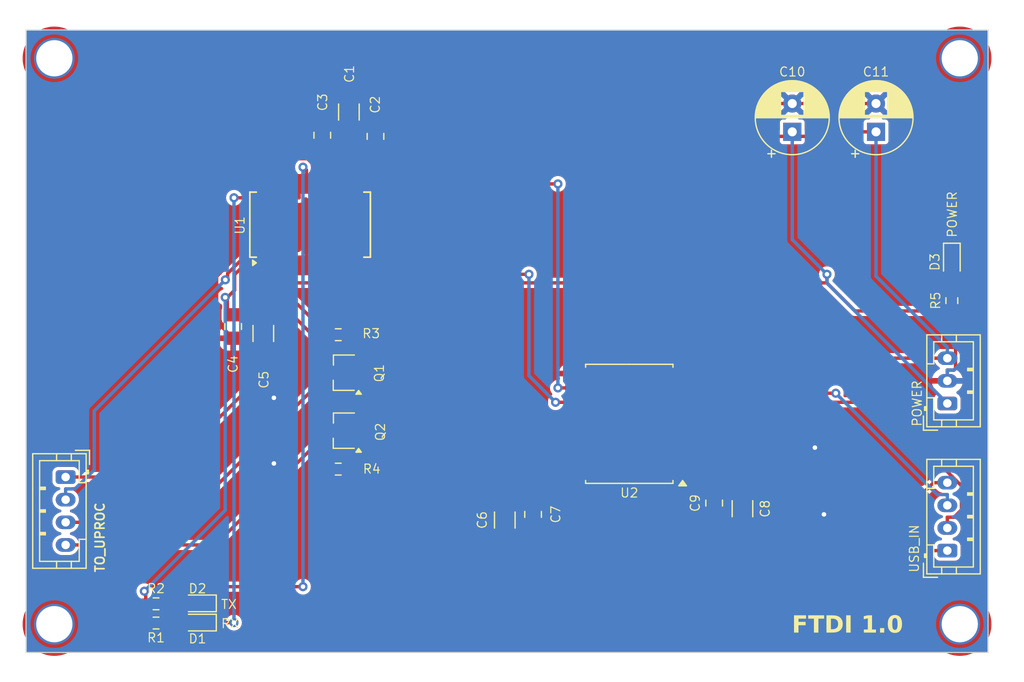
<source format=kicad_pcb>
(kicad_pcb (version 20240108) (generator "pcbnew") (generator_version "8.0")
  (layers (0 "F.Cu" signal) (31 "B.Cu" signal) (34 "B.Paste" user) (35 "F.Paste" user) (36 "B.SilkS" user "B.Silkscreen") (37 "F.SilkS" user "F.Silkscreen") (38 "B.Mask" user) (39 "F.Mask" user) (44 "Edge.Cuts" user))
  (net 0 "")
  (net 1 "GND")
  (net 2 "3V3")
  (net 3 "5V")
  (net 4 "Net-(U1-3V3OUT)")
  (net 8 "Net-(D1-A)")
  (net 11 "Net-(D2-A)")
  (net 15 "Net-(Q1-B)")
  (net 16 "Net-(Q2-B)")
  (net 19 "RX")
  (net 20 "TX")
  (net 21 "ENABLE")
  (net 22 "BOOT")
  (net 23 "CBUS1")
  (net 24 "CBUS0")
  (net 25 "DTR")
  (net 26 "RTS")
  (net 27 "USB_VBUS")
  (net 28 "USB_GND")
  (net 29 "D-")
  (net 30 "D+")
  (net 31 "USB_D-")
  (net 32 "USB_D+")
  (net 33 "Net-(D3-A)")
  (footprint "Resistor_SMD:R_0603_1608Metric_Pad0.98x0.95mm_HandSolder" (layer "F.Cu") (at 167.7 87.4125 90)
    (property "Reference" "R5" (at 0 -1.43 90) (layer "F.SilkS") (effects (font (size 0.8 0.8) (thickness 0.1))))
    (property "Value" "150R")
    (pad "1" smd roundrect (at -0.9125 0 90) (size 0.975 0.95) (layers "F.Cu" "F.Paste" "F.Mask") (net 2 "3V3"))
    (pad "2" smd roundrect (at 0.9125 0 90) (size 0.975 0.95) (layers "F.Cu" "F.Paste" "F.Mask") (net 33 "Net-(D3-A)"))
  )
  (footprint "Capacitor_SMD:C_0805_2012Metric_Pad1.18x1.45mm_HandSolder" (layer "F.Cu") (at 146.7 105.3 90)
    (property "Reference" "C9" (at 0 -1.68 90) (layer "F.SilkS") (effects (font (size 0.8 0.8) (thickness 0.1))))
    (property "Value" "0.1U")
    (pad "1" smd roundrect (at -1.0375 0 90) (size 1.175 1.45) (layers "F.Cu" "F.Paste" "F.Mask") (roundrect_rratio 0.212766) (net 28 "USB_GND"))
    (pad "2" smd roundrect (at 1.0375 0 90) (size 1.175 1.45) (layers "F.Cu" "F.Paste" "F.Mask") (roundrect_rratio 0.212766) (net 27 "USB_VBUS"))
  )
  (footprint "Package_TO_SOT_SMD:TSOT-23" (layer "F.Cu") (at 114.005 98.9233 180)
    (property "Reference" "Q2" (at -3.202102 -0.089616 90) (layer "F.SilkS") (effects (font (size 0.8 0.8) (thickness 0.1))))
    (property "Value" "2N3055")
    (pad "1" smd roundrect (at -1.31 -0.95 180) (size 1.22 0.65) (layers "F.Cu" "F.Paste" "F.Mask") (net 16 "Net-(Q2-B)"))
    (pad "2" smd roundrect (at -1.31 0.95 180) (size 1.22 0.65) (layers "F.Cu" "F.Paste" "F.Mask") (net 25 "DTR"))
    (pad "3" smd roundrect (at 1.31 0 180) (size 1.22 0.65) (layers "F.Cu" "F.Paste" "F.Mask") (net 22 "BOOT"))
  )
  (footprint "MountingHole:MountingHole_3.2mm_M3_DIN965_Pad_TopOnly" (layer "F.Cu") (at 88.4 66 90)
    (property "Reference" "H1" (hide yes))
    (property "Value" "MountingHole")
    (pad "1" thru_hole circle (at 0 0 90) (size 3.6 3.6) (drill 3.2) (layers "*.Cu" "*.Mask"))
    (pad "1" connect circle (at 0 0 90) (size 5.6 5.6) (layers "F.Cu" "F.Mask"))
  )
  (footprint "Capacitor_SMD:C_1206_3216Metric_Pad1.33x1.80mm_HandSolder" (layer "F.Cu") (at 149.2 105.8 90)
    (property "Reference" "C8" (at 0 2 90) (layer "F.SilkS") (effects (font (size 0.8 0.8) (thickness 0.1))))
    (property "Value" "10U")
    (pad "1" smd roundrect (at -1.5625 0 90) (size 1.325 1.8) (layers "F.Cu" "F.Paste" "F.Mask") (roundrect_rratio 0.188679) (net 28 "USB_GND"))
    (pad "2" smd roundrect (at 1.5625 0 90) (size 1.325 1.8) (layers "F.Cu" "F.Paste" "F.Mask") (roundrect_rratio 0.188679) (net 27 "USB_VBUS"))
  )
  (footprint "Capacitor_SMD:C_0805_2012Metric_Pad1.18x1.45mm_HandSolder" (layer "F.Cu") (at 104.2 89.7 -90)
    (property "Reference" "C4" (at 3.322102 0.014578 90) (layer "F.SilkS") (effects (font (size 0.8 0.8) (thickness 0.1))))
    (property "Value" "0.1U")
    (pad "1" smd roundrect (at -1.0375 0 270) (size 1.175 1.45) (layers "F.Cu" "F.Paste" "F.Mask") (roundrect_rratio 0.2127659574) (net 2 "3V3"))
    (pad "2" smd roundrect (at 1.0375 0 270) (size 1.175 1.45) (layers "F.Cu" "F.Paste" "F.Mask") (roundrect_rratio 0.2127659574) (net 1 "GND"))
  )
  (footprint "MountingHole:MountingHole_3.2mm_M3_DIN965_Pad_TopOnly" (layer "F.Cu") (at 88.4 116 90)
    (property "Reference" "H3" (hide yes))
    (property "Value" "MountingHole")
    (pad "1" thru_hole circle (at 0 0 90) (size 3.6 3.6) (drill 3.2) (layers "*.Cu" "*.Mask"))
    (pad "1" connect circle (at 0 0 90) (size 5.6 5.6) (layers "F.Cu" "F.Mask"))
  )
  (footprint "MountingHole:MountingHole_3.2mm_M3_DIN965_Pad_TopOnly" (layer "F.Cu") (at 168.4 66 90)
    (property "Reference" "H2" (hide yes))
    (property "Value" "MountingHole")
    (pad "1" thru_hole circle (at 0 0 90) (size 3.6 3.6) (drill 3.2) (layers "*.Cu" "*.Mask"))
    (pad "1" connect circle (at 0 0 90) (size 5.6 5.6) (layers "F.Cu" "F.Mask"))
  )
  (footprint "LED_SMD:LED_0603_1608Metric_Pad1.05x0.95mm_HandSolder" (layer "F.Cu") (at 101.05 114.16 180)
    (property "Reference" "D2" (at 0 1.3 0) (layer "F.SilkS") (effects (font (size 0.8 0.8) (thickness 0.1))))
    (property "Value" "YELLOW")
    (pad "1" smd roundrect (at -0.875 0 180) (size 1.05 0.95) (layers "F.Cu" "F.Paste" "F.Mask") (net 23 "CBUS1"))
    (pad "2" smd roundrect (at 0.875 0 180) (size 1.05 0.95) (layers "F.Cu" "F.Paste" "F.Mask") (net 11 "Net-(D2-A)"))
  )
  (footprint "Resistor_SMD:R_0603_1608Metric_Pad0.98x0.95mm_HandSolder" (layer "F.Cu") (at 113.485 102.3 180)
    (property "Reference" "R4" (at -2.962102 0.01 0) (layer "F.SilkS") (effects (font (size 0.8 0.8) (thickness 0.1))))
    (property "Value" "10K")
    (pad "1" smd roundrect (at -0.9125 0 180) (size 0.975 0.95) (layers "F.Cu" "F.Paste" "F.Mask") (net 25 "DTR"))
    (pad "2" smd roundrect (at 0.9125 0 180) (size 0.975 0.95) (layers "F.Cu" "F.Paste" "F.Mask") (net 15 "Net-(Q1-B)"))
  )
  (footprint "Package_SO:SOIC-16W_7.5x10.3mm_P1.27mm" (layer "F.Cu") (at 139.2 98.3 180)
    (property "Reference" "U2" (at 0 -6.1 0) (layer "F.SilkS") (effects (font (size 0.8 0.8) (thickness 0.1))))
    (property "Value" "ADUM3160")
    (pad "1" smd roundrect (at -4.65 -4.445 180) (size 2.05 0.6) (layers "F.Cu" "F.Paste" "F.Mask") (net 27 "USB_VBUS"))
    (pad "2" smd roundrect (at -4.65 -3.175 180) (size 2.05 0.6) (layers "F.Cu" "F.Paste" "F.Mask") (net 28 "USB_GND"))
    (pad "3" smd roundrect (at -4.65 -1.905 180) (size 2.05 0.6) (layers "F.Cu" "F.Paste" "F.Mask") (net 32 "USB_D+"))
    (pad "4" smd roundrect (at -4.65 -0.635 180) (size 2.05 0.6) (layers "F.Cu" "F.Paste" "F.Mask") (net 27 "USB_VBUS"))
    (pad "5" smd roundrect (at -4.65 0.635 180) (size 2.05 0.6) (layers "F.Cu" "F.Paste" "F.Mask") (net 27 "USB_VBUS"))
    (pad "6" smd roundrect (at -4.65 1.905 180) (size 2.05 0.6) (layers "F.Cu" "F.Paste" "F.Mask") (net 31 "USB_D-"))
    (pad "7" smd roundrect (at -4.65 3.175 180) (size 2.05 0.6) (layers "F.Cu" "F.Paste" "F.Mask") (net 32 "USB_D+"))
    (pad "8" smd roundrect (at -4.65 4.445 180) (size 2.05 0.6) (layers "F.Cu" "F.Paste" "F.Mask") (net 28 "USB_GND"))
    (pad "9" smd roundrect (at 4.65 4.445 180) (size 2.05 0.6) (layers "F.Cu" "F.Paste" "F.Mask") (net 1 "GND"))
    (pad "10" smd roundrect (at 4.65 3.175 180) (size 2.05 0.6) (layers "F.Cu" "F.Paste" "F.Mask") (net 30 "D+"))
    (pad "11" smd roundrect (at 4.65 1.905 180) (size 2.05 0.6) (layers "F.Cu" "F.Paste" "F.Mask") (net 29 "D-"))
    (pad "12" smd roundrect (at 4.65 0.635 180) (size 2.05 0.6) (layers "F.Cu" "F.Paste" "F.Mask") (net 3 "5V"))
    (pad "13" smd roundrect (at 4.65 -0.635 180) (size 2.05 0.6) (layers "F.Cu" "F.Paste" "F.Mask") (net 3 "5V"))
    (pad "14" smd roundrect (at 4.65 -1.905 180) (size 2.05 0.6) (layers "F.Cu" "F.Paste" "F.Mask") (net 3 "5V"))
    (pad "15" smd roundrect (at 4.65 -3.175 180) (size 2.05 0.6) (layers "F.Cu" "F.Paste" "F.Mask") (net 1 "GND"))
    (pad "16" smd roundrect (at 4.65 -4.445 180) (size 2.05 0.6) (layers "F.Cu" "F.Paste" "F.Mask") (net 3 "5V"))
  )
  (footprint "Capacitor_SMD:C_1206_3216Metric_Pad1.33x1.80mm_HandSolder" (layer "F.Cu") (at 106.8646 90.3154 -90)
    (property "Reference" "C5" (at 4.089336 -0.05 90) (layer "F.SilkS") (effects (font (size 0.8 0.8) (thickness 0.1))))
    (property "Value" "10U")
    (pad "1" smd roundrect (at -1.5625 0 270) (size 1.325 1.8) (layers "F.Cu" "F.Paste" "F.Mask") (roundrect_rratio 0.1886792453) (net 2 "3V3"))
    (pad "2" smd roundrect (at 1.5625 0 270) (size 1.325 1.8) (layers "F.Cu" "F.Paste" "F.Mask") (roundrect_rratio 0.1886792453) (net 1 "GND"))
  )
  (footprint "Capacitor_THT:CP_Radial_D6.3mm_P2.50mm" (layer "F.Cu") (at 153.6 72.5 90)
    (property "Reference" "C10" (at 5.3 0 0) (layer "F.SilkS") (effects (font (size 0.8 0.8) (thickness 0.1))))
    (property "Value" "470u")
    (pad "1" thru_hole rect (at 0 0 90) (size 1.6 1.6) (drill 0.8) (layers "*.Cu" "*.Mask") (net 2 "3V3"))
    (pad "2" thru_hole circle (at 2.5 0 90) (size 1.6 1.6) (drill 0.8) (layers "*.Cu" "*.Mask") (net 1 "GND"))
  )
  (footprint "Resistor_SMD:R_0603_1608Metric_Pad0.98x0.95mm_HandSolder" (layer "F.Cu") (at 97.3875 114.2)
    (property "Reference" "R2" (at 0 -1.35 0) (layer "F.SilkS") (effects (font (size 0.8 0.8) (thickness 0.1))))
    (property "Value" "430R")
    (pad "1" smd roundrect (at -0.9125 0) (size 0.975 0.95) (layers "F.Cu" "F.Paste" "F.Mask") (net 2 "3V3"))
    (pad "2" smd roundrect (at 0.9125 0) (size 0.975 0.95) (layers "F.Cu" "F.Paste" "F.Mask") (net 11 "Net-(D2-A)"))
  )
  (footprint "Resistor_SMD:R_0603_1608Metric_Pad0.98x0.95mm_HandSolder" (layer "F.Cu") (at 113.485 90.4233)
    (property "Reference" "R3" (at 2.912102 -0.1 0) (layer "F.SilkS") (effects (font (size 0.8 0.8) (thickness 0.1))))
    (property "Value" "10K")
    (pad "1" smd roundrect (at -0.9125 0) (size 0.975 0.95) (layers "F.Cu" "F.Paste" "F.Mask") (net 26 "RTS"))
    (pad "2" smd roundrect (at 0.9125 0) (size 0.975 0.95) (layers "F.Cu" "F.Paste" "F.Mask") (net 16 "Net-(Q2-B)"))
  )
  (footprint "Connector_JST:JST_PH_B4B-PH-K_1x04_P2.00mm_Vertical" (layer "F.Cu") (at 167.3 109.5 90)
    (property "Reference" "J2" (hide yes))
    (property "Value" "Conn_01x04_Pin")
    (pad "1" thru_hole roundrect (at 0 0 90) (size 1.2 1.75) (drill 0.75) (layers "*.Cu" "*.Mask") (roundrect_rratio 0.208333) (net 28 "USB_GND"))
    (pad "2" thru_hole oval (at 2 0 90) (size 1.2 1.75) (drill 0.75) (layers "*.Cu" "*.Mask") (net 31 "USB_D-"))
    (pad "3" thru_hole oval (at 4 0 90) (size 1.2 1.75) (drill 0.75) (layers "*.Cu" "*.Mask") (net 32 "USB_D+"))
    (pad "4" thru_hole oval (at 6 0 90) (size 1.2 1.75) (drill 0.75) (layers "*.Cu" "*.Mask") (net 27 "USB_VBUS"))
  )
  (footprint "Connector_JST:JST_PH_B3B-PH-K_1x03_P2.00mm_Vertical" (layer "F.Cu") (at 167.3 96.5 90)
    (property "Reference" "J5" (hide yes))
    (property "Value" "Conn_01x03_Pin")
    (pad "1" thru_hole roundrect (at 0 0 90) (size 1.2 1.75) (drill 0.75) (layers "*.Cu" "*.Mask") (roundrect_rratio 0.208333) (net 2 "3V3"))
    (pad "2" thru_hole oval (at 2 0 90) (size 1.2 1.75) (drill 0.75) (layers "*.Cu" "*.Mask") (net 1 "GND"))
    (pad "3" thru_hole oval (at 4 0 90) (size 1.2 1.75) (drill 0.75) (layers "*.Cu" "*.Mask") (net 3 "5V"))
  )
  (footprint "Resistor_SMD:R_0603_1608Metric_Pad0.98x0.95mm_HandSolder" (layer "F.Cu") (at 97.3875 115.9)
    (property "Reference" "R1" (at 0 1.3 0) (layer "F.SilkS") (effects (font (size 0.8 0.8) (thickness 0.1))))
    (property "Value" "100R")
    (pad "1" smd roundrect (at -0.9125 0) (size 0.975 0.95) (layers "F.Cu" "F.Paste" "F.Mask") (net 2 "3V3"))
    (pad "2" smd roundrect (at 0.9125 0) (size 0.975 0.95) (layers "F.Cu" "F.Paste" "F.Mask") (net 8 "Net-(D1-A)"))
  )
  (footprint "Capacitor_SMD:C_1206_3216Metric_Pad1.33x1.80mm_HandSolder" (layer "F.Cu") (at 128.2 106.8 -90)
    (property "Reference" "C6" (at 0 2 90) (layer "F.SilkS") (effects (font (size 0.8 0.8) (thickness 0.1))))
    (property "Value" "10U")
    (pad "1" smd roundrect (at -1.5625 0 270) (size 1.325 1.8) (layers "F.Cu" "F.Paste" "F.Mask") (roundrect_rratio 0.188679) (net 3 "5V"))
    (pad "2" smd roundrect (at 1.5625 0 270) (size 1.325 1.8) (layers "F.Cu" "F.Paste" "F.Mask") (roundrect_rratio 0.188679) (net 1 "GND"))
  )
  (footprint "Capacitor_SMD:C_0805_2012Metric_Pad1.18x1.45mm_HandSolder" (layer "F.Cu") (at 116.775 72.9 90)
    (property "Reference" "C2" (at 2.8 -0.025 90) (layer "F.SilkS") (effects (font (size 0.8 0.8) (thickness 0.1))))
    (property "Value" "0.1U")
    (pad "1" smd roundrect (at -1.0375 0 90) (size 1.175 1.45) (layers "F.Cu" "F.Paste" "F.Mask") (roundrect_rratio 0.2127659574) (net 4 "Net-(U1-3V3OUT)"))
    (pad "2" smd roundrect (at 1.0375 0 90) (size 1.175 1.45) (layers "F.Cu" "F.Paste" "F.Mask") (roundrect_rratio 0.2127659574) (net 1 "GND"))
  )
  (footprint "Capacitor_THT:CP_Radial_D6.3mm_P2.50mm" (layer "F.Cu") (at 161 72.5 90)
    (property "Reference" "C11" (at 5.3 0 0) (layer "F.SilkS") (effects (font (size 0.8 0.8) (thickness 0.1))))
    (property "Value" "470u")
    (pad "1" thru_hole rect (at 0 0 90) (size 1.6 1.6) (drill 0.8) (layers "*.Cu" "*.Mask") (net 3 "5V"))
    (pad "2" thru_hole circle (at 2.5 0 90) (size 1.6 1.6) (drill 0.8) (layers "*.Cu" "*.Mask") (net 1 "GND"))
  )
  (footprint "Capacitor_SMD:C_1206_3216Metric_Pad1.33x1.80mm_HandSolder" (layer "F.Cu") (at 114.425 70.75 90)
    (property "Reference" "C1" (at 3.3625 0.0475 90) (layer "F.SilkS") (effects (font (size 0.8 0.8) (thickness 0.1))))
    (property "Value" "10U")
    (pad "1" smd roundrect (at -1.5625 0 90) (size 1.325 1.8) (layers "F.Cu" "F.Paste" "F.Mask") (roundrect_rratio 0.1886792453) (net 3 "5V"))
    (pad "2" smd roundrect (at 1.5625 0 90) (size 1.325 1.8) (layers "F.Cu" "F.Paste" "F.Mask") (roundrect_rratio 0.1886792453) (net 1 "GND"))
  )
  (footprint "LED_SMD:LED_0603_1608Metric_Pad1.05x0.95mm_HandSolder" (layer "F.Cu") (at 167.7 84 -90)
    (property "Reference" "D3" (at 0 1.5 90) (layer "F.SilkS") (effects (font (size 0.8 0.8) (thickness 0.1))))
    (property "Value" "BLUE")
    (pad "1" smd roundrect (at -0.875 0 270) (size 1.05 0.95) (layers "F.Cu" "F.Paste" "F.Mask") (net 1 "GND"))
    (pad "2" smd roundrect (at 0.875 0 270) (size 1.05 0.95) (layers "F.Cu" "F.Paste" "F.Mask") (net 33 "Net-(D3-A)"))
  )
  (footprint "LED_SMD:LED_0603_1608Metric_Pad1.05x0.95mm_HandSolder" (layer "F.Cu") (at 101.05 115.86 180)
    (property "Reference" "D1" (at 0 -1.43 0) (layer "F.SilkS") (effects (font (size 0.8 0.8) (thickness 0.1))))
    (property "Value" "BLUE")
    (pad "1" smd roundrect (at -0.875 0 180) (size 1.05 0.95) (layers "F.Cu" "F.Paste" "F.Mask") (net 24 "CBUS0"))
    (pad "2" smd roundrect (at 0.875 0 180) (size 1.05 0.95) (layers "F.Cu" "F.Paste" "F.Mask") (net 8 "Net-(D1-A)"))
  )
  (footprint "Package_TO_SOT_SMD:TSOT-23" (layer "F.Cu") (at 114.005 93.8 180)
    (property "Reference" "Q1" (at -3.1075 -0.0233 90) (layer "F.SilkS") (effects (font (size 0.8 0.8) (thickness 0.1))))
    (property "Value" "2N3055")
    (pad "1" smd roundrect (at -1.31 -0.95 180) (size 1.22 0.65) (layers "F.Cu" "F.Paste" "F.Mask") (net 15 "Net-(Q1-B)"))
    (pad "2" smd roundrect (at -1.31 0.95 180) (size 1.22 0.65) (layers "F.Cu" "F.Paste" "F.Mask") (net 26 "RTS"))
    (pad "3" smd roundrect (at 1.31 0 180) (size 1.22 0.65) (layers "F.Cu" "F.Paste" "F.Mask") (net 21 "ENABLE"))
  )
  (footprint "Capacitor_SMD:C_0805_2012Metric_Pad1.18x1.45mm_HandSolder" (layer "F.Cu") (at 112.075 72.8 90)
    (property "Reference" "C3" (at 2.9125 0.025 90) (layer "F.SilkS") (effects (font (size 0.8 0.8) (thickness 0.1))))
    (property "Value" "0.1U")
    (pad "1" smd roundrect (at -1.0375 0 90) (size 1.175 1.45) (layers "F.Cu" "F.Paste" "F.Mask") (roundrect_rratio 0.2127659574) (net 3 "5V"))
    (pad "2" smd roundrect (at 1.0375 0 90) (size 1.175 1.45) (layers "F.Cu" "F.Paste" "F.Mask") (roundrect_rratio 0.2127659574) (net 1 "GND"))
  )
  (footprint "MountingHole:MountingHole_3.2mm_M3_DIN965_Pad_TopOnly" (layer "F.Cu") (at 168.4 116 90)
    (property "Reference" "H4" (hide yes))
    (property "Value" "MountingHole")
    (pad "1" thru_hole circle (at 0 0 90) (size 3.6 3.6) (drill 3.2) (layers "*.Cu" "*.Mask"))
    (pad "1" connect circle (at 0 0 90) (size 5.6 5.6) (layers "F.Cu" "F.Mask"))
  )
  (footprint "Connector_JST:JST_PH_B4B-PH-K_1x04_P2.00mm_Vertical" (layer "F.Cu") (at 89.4 103 -90)
    (property "Reference" "J1" (hide yes))
    (property "Value" "Conn_01x04_Pin")
    (pad "1" thru_hole roundrect (at 0 0 270) (size 1.2 1.75) (drill 0.75) (layers "*.Cu" "*.Mask") (roundrect_rratio 0.208333) (net 19 "RX"))
    (pad "2" thru_hole oval (at 2 0 270) (size 1.2 1.75) (drill 0.75) (layers "*.Cu" "*.Mask") (net 20 "TX"))
    (pad "3" thru_hole oval (at 4 0 270) (size 1.2 1.75) (drill 0.75) (layers "*.Cu" "*.Mask") (net 21 "ENABLE"))
    (pad "4" thru_hole oval (at 6 0 270) (size 1.2 1.75) (drill 0.75) (layers "*.Cu" "*.Mask") (net 22 "BOOT"))
  )
  (footprint "Package_SO:SSOP-28_5.3x10.2mm_P0.65mm" (layer "F.Cu") (at 111 80.7 90)
    (property "Reference" "U1" (at -0.0625 -6.2 90) (layer "F.SilkS") (effects (font (size 0.8 0.8) (thickness 0.1))))
    (property "Value" "FT232RL")
    (pad "1" smd rect (at -3.6 -4.225 90) (size 1.75 0.45) (layers "F.Cu" "F.Paste" "F.Mask") (net 19 "RX"))
    (pad "2" smd rect (at -3.6 -3.575 90) (size 1.75 0.45) (layers "F.Cu" "F.Paste" "F.Mask") (net 25 "DTR"))
    (pad "3" smd rect (at -3.6 -2.925 90) (size 1.75 0.45) (layers "F.Cu" "F.Paste" "F.Mask") (net 26 "RTS"))
    (pad "4" smd rect (at -3.6 -2.275 90) (size 1.75 0.45) (layers "F.Cu" "F.Paste" "F.Mask") (net 2 "3V3"))
    (pad "5" smd rect (at -3.6 -1.625 90) (size 1.75 0.45) (layers "F.Cu" "F.Paste" "F.Mask") (net 20 "TX"))
    (pad "6" smd rect (at -3.6 -0.975 90) (size 1.75 0.45) (layers "F.Cu" "F.Paste" "F.Mask"))
    (pad "7" smd rect (at -3.6 -0.325 90) (size 1.75 0.45) (layers "F.Cu" "F.Paste" "F.Mask") (net 1 "GND"))
    (pad "8" smd rect (at -3.6 0.325 90) (size 1.75 0.45) (layers "F.Cu" "F.Paste" "F.Mask"))
    (pad "9" smd rect (at -3.6 0.975 90) (size 1.75 0.45) (layers "F.Cu" "F.Paste" "F.Mask"))
    (pad "10" smd rect (at -3.6 1.625 90) (size 1.75 0.45) (layers "F.Cu" "F.Paste" "F.Mask"))
    (pad "11" smd rect (at -3.6 2.275 90) (size 1.75 0.45) (layers "F.Cu" "F.Paste" "F.Mask"))
    (pad "12" smd rect (at -3.6 2.925 90) (size 1.75 0.45) (layers "F.Cu" "F.Paste" "F.Mask"))
    (pad "13" smd rect (at -3.6 3.575 90) (size 1.75 0.45) (layers "F.Cu" "F.Paste" "F.Mask"))
    (pad "14" smd rect (at -3.6 4.225 90) (size 1.75 0.45) (layers "F.Cu" "F.Paste" "F.Mask"))
    (pad "15" smd rect (at 3.6 4.225 90) (size 1.75 0.45) (layers "F.Cu" "F.Paste" "F.Mask") (net 30 "D+"))
    (pad "16" smd rect (at 3.6 3.575 90) (size 1.75 0.45) (layers "F.Cu" "F.Paste" "F.Mask") (net 29 "D-"))
    (pad "17" smd rect (at 3.6 2.925 90) (size 1.75 0.45) (layers "F.Cu" "F.Paste" "F.Mask") (net 4 "Net-(U1-3V3OUT)"))
    (pad "18" smd rect (at 3.6 2.275 90) (size 1.75 0.45) (layers "F.Cu" "F.Paste" "F.Mask") (net 1 "GND"))
    (pad "19" smd rect (at 3.6 1.625 90) (size 1.75 0.45) (layers "F.Cu" "F.Paste" "F.Mask"))
    (pad "20" smd rect (at 3.6 0.975 90) (size 1.75 0.45) (layers "F.Cu" "F.Paste" "F.Mask") (net 3 "5V"))
    (pad "21" smd rect (at 3.6 0.325 90) (size 1.75 0.45) (layers "F.Cu" "F.Paste" "F.Mask") (net 1 "GND"))
    (pad "22" smd rect (at 3.6 -0.325 90) (size 1.75 0.45) (layers "F.Cu" "F.Paste" "F.Mask") (net 23 "CBUS1"))
    (pad "23" smd rect (at 3.6 -0.975 90) (size 1.75 0.45) (layers "F.Cu" "F.Paste" "F.Mask") (net 24 "CBUS0"))
    (pad "24" smd rect (at 3.6 -1.625 90) (size 1.75 0.45) (layers "F.Cu" "F.Paste" "F.Mask"))
    (pad "25" smd rect (at 3.6 -2.275 90) (size 1.75 0.45) (layers "F.Cu" "F.Paste" "F.Mask") (net 1 "GND"))
    (pad "26" smd rect (at 3.6 -2.925 90) (size 1.75 0.45) (layers "F.Cu" "F.Paste" "F.Mask") (net 1 "GND"))
    (pad "27" smd rect (at 3.6 -3.575 90) (size 1.75 0.45) (layers "F.Cu" "F.Paste" "F.Mask"))
    (pad "28" smd rect (at 3.6 -4.225 90) (size 1.75 0.45) (layers "F.Cu" "F.Paste" "F.Mask"))
  )
  (footprint "Capacitor_SMD:C_0805_2012Metric_Pad1.18x1.45mm_HandSolder" (layer "F.Cu") (at 130.7 106.3 -90)
    (property "Reference" "C7" (at 0 -2 90) (layer "F.SilkS") (effects (font (size 0.8 0.8) (thickness 0.1))))
    (property "Value" "0.1U")
    (pad "1" smd roundrect (at -1.0375 0 270) (size 1.175 1.45) (layers "F.Cu" "F.Paste" "F.Mask") (roundrect_rratio 0.212766) (net 3 "5V"))
    (pad "2" smd roundrect (at 1.0375 0 270) (size 1.175 1.45) (layers "F.Cu" "F.Paste" "F.Mask") (roundrect_rratio 0.212766) (net 1 "GND"))
  )
  (gr_line (start 170.9 63.5) (end 170.9 118.5) (stroke (width 0.1)) (layer "Edge.Cuts"))
  (gr_line (start 85.9 63.5) (end 170.9 63.5) (stroke (width 0.1)) (layer "Edge.Cuts"))
  (gr_line (start 85.9 118.5) (end 85.9 63.5) (stroke (width 0.1)) (layer "Edge.Cuts"))
  (gr_line (start 170.9 118.5) (end 85.9 118.5) (stroke (width 0.1)) (layer "Edge.Cuts"))
  (gr_text "POWER\n" (at 165.1 98.6 90) (layer "F.SilkS") (effects (font (size 0.8 0.8) (thickness 0.1)) (justify left bottom)))
  (gr_text "TX\n" (at 103.075 114.25 0) (layer "F.SilkS") (effects (font (size 0.8 0.8) (thickness 0.1)) (justify left)))
  (gr_text "TO_UPROC" (at 92.9 111.5 90) (layer "F.SilkS") (effects (font (size 0.8 0.8)) (justify left bottom)))
  (gr_text "RX\n" (at 103.075 115.95 0) (layer "F.SilkS") (effects (font (size 0.8 0.8) (thickness 0.1)) (justify left)))
  (gr_text "POWER\n" (at 168.2 81.9 90) (layer "F.SilkS") (effects (font (size 0.8 0.8) (thickness 0.1)) (justify left bottom)))
  (gr_text "USB_IN" (at 164.85 111.5 90) (layer "F.SilkS") (effects (font (size 0.8 0.8) (thickness 0.1)) (justify left bottom)))
  (gr_text "FTDI 1.0" (at 163.4 117 0) (layer "F.SilkS") (effects (font (size 1.5 1.5) (thickness 0.2) (bold yes)) (justify right bottom)))
  (segment (start 111.325 78.3267) (end 109.6282 80.0235) (width 0.3) (layer "F.Cu") (net 1))
  (segment (start 167.8948 93.5483) (end 168.0233 93.4198) (width 0.3) (layer "F.Cu") (net 1))
  (segment (start 128.4707 107.3375) (end 128.4291 107.3791) (width 0.3) (layer "F.Cu") (net 1))
  (segment (start 111.325 78.2008) (end 111.325 78.3252) (width 0.3) (layer "F.Cu") (net 1))
  (segment (start 110.7615 74.8705) (end 110.7615 73.076) (width 0.3) (layer "F.Cu") (net 1))
  (segment (start 108.075 75.8733) (end 108.725 75.8733) (width 0.3) (layer "F.Cu") (net 1))
  (segment (start 114.7062 69.7937) (end 116.775 71.8625) (width 0.3) (layer "F.Cu") (net 1))
  (segment (start 168.5549 83.9799) (end 168.5549 90.9225) (width 0.3) (layer "F.Cu") (net 1))
  (segment (start 108.075 77.1) (end 108.075 75.8733) (width 0.3) (layer "F.Cu") (net 1))
  (segment (start 128.2 107.3791) (end 128.2 104.1958) (width 0.3) (layer "F.Cu") (net 1))
  (segment (start 111.325 78.3252) (end 111.325 78.3267) (width 0.3) (layer "F.Cu") (net 1))
  (segment (start 128.2 104.1958) (end 130.9208 101.475) (width 0.3) (layer "F.Cu") (net 1))
  (segment (start 131.875 94.9866) (end 131.875 101.475) (width 0.3) (layer "F.Cu") (net 1))
  (segment (start 114.425 69.7937) (end 114.425 69.1875) (width 0.3) (layer "F.Cu") (net 1))
  (segment (start 168.0233 91.6295) (end 167.9356 91.5418) (width 0.3) (layer "F.Cu") (net 1))
  (segment (start 131.875 101.475) (end 134.55 101.475) (width 0.3) (layer "F.Cu") (net 1))
  (segment (start 111.325 77.1) (end 111.325 78.2008) (width 0.3) (layer "F.Cu") (net 1))
  (segment (start 110.675 83.0733) (end 109.6282 82.0265) (width 0.3) (layer "F.Cu") (net 1))
  (segment (start 110.675 84.3) (end 110.675 83.0733) (width 0.3) (layer "F.Cu") (net 1))
  (segment (start 104.2 90.7375) (end 105.7242 90.7375) (width 0.3) (layer "F.Cu") (net 1))
  (segment (start 112.075 71.7625) (end 114.0438 69.7937) (width 0.3) (layer "F.Cu") (net 1))
  (segment (start 167.9356 91.5418) (end 136.8632 91.5418) (width 0.3) (layer "F.Cu") (net 1))
  (segment (start 113.275 78.3267) (end 111.325 78.3267) (width 0.3) (layer "F.Cu") (net 1))
  (segment (start 109.6282 80.0235) (end 109.6282 82.0265) (width 0.3) (layer "F.Cu") (net 1))
  (segment (start 109.6282 82.0265) (end 105.9905 82.0265) (width 0.3) (layer "F.Cu") (net 1))
  (segment (start 118.6375 70) (end 116.775 71.8625) (width 0.3) (layer "F.Cu") (net 1))
  (segment (start 168.0233 93.4198) (end 168.0233 91.6295) (width 0.3) (layer "F.Cu") (net 1))
  (segment (start 168.5549 90.9225) (end 167.9356 91.5418) (width 0.3) (layer "F.Cu") (net 1))
  (segment (start 133.0066 93.855) (end 131.875 94.9866) (width 0.3) (layer "F.Cu") (net 1))
  (segment (start 130.9208 101.475) (end 131.875 101.475) (width 0.3) (layer "F.Cu") (net 1))
  (segment (start 114.0438 69.7937) (end 114.425 69.7937) (width 0.3) (layer "F.Cu") (net 1))
  (segment (start 128.4291 107.3791) (end 128.2 107.3791) (width 0.3) (layer "F.Cu") (net 1))
  (segment (start 105.7242 90.7375) (end 106.8646 91.8779) (width 0.3) (layer "F.Cu") (net 1))
  (segment (start 136.8632 91.5418) (end 134.55 93.855) (width 0.3) (layer "F.Cu") (net 1))
  (segment (start 108.725 75.8733) (end 109.7278 74.8705) (width 0.3) (layer "F.Cu") (net 1))
  (segment (start 102.7394 89.2769) (end 104.2 90.7375) (width 0.3) (layer "F.Cu") (net 1))
  (segment (start 167.3 94.5) (end 167.3 93.5483) (width 0.3) (layer "F.Cu") (net 1))
  (segment (start 134.55 93.855) (end 133.0066 93.855) (width 0.3) (layer "F.Cu") (net 1))
  (segment (start 114.425 69.7937) (end 114.7062 69.7937) (width 0.3) (layer "F.Cu") (net 1))
  (segment (start 161 70) (end 153.6 70) (width 0.3) (layer "F.Cu") (net 1))
  (segment (start 130.7 107.3375) (end 128.4707 107.3375) (width 0.3) (layer "F.Cu") (net 1))
  (segment (start 113.275 77.1) (end 113.275 78.3267) (width 0.3) (layer "F.Cu") (net 1))
  (segment (start 128.2 107.3791) (end 128.2 108.3625) (width 0.3) (layer "F.Cu") (net 1))
  (segment (start 111.325 75.434) (end 111.325 77.1) (width 0.3) (layer "F.Cu") (net 1))
  (segment (start 167.3 93.5483) (end 167.8948 93.5483) (width 0.3) (layer "F.Cu") (net 1))
  (segment (start 108.725 77.1) (end 108.725 75.8733) (width 0.3) (layer "F.Cu") (net 1))
  (segment (start 153.6 70) (end 118.6375 70) (width 0.3) (layer "F.Cu") (net 1))
  (segment (start 110.7615 74.8705) (end 111.325 75.434) (width 0.3) (layer "F.Cu") (net 1))
  (segment (start 167.7 83.125) (end 168.5549 83.9799) (width 0.3) (layer "F.Cu") (net 1))
  (segment (start 105.9905 82.0265) (end 102.7394 85.2776) (width 0.3) (layer "F.Cu") (net 1))
  (segment (start 102.7394 85.2776) (end 102.7394 89.2769) (width 0.3) (layer "F.Cu") (net 1))
  (segment (start 110.7615 73.076) (end 112.075 71.7625) (width 0.3) (layer "F.Cu") (net 1))
  (segment (start 109.7278 74.8705) (end 110.7615 74.8705) (width 0.3) (layer "F.Cu") (net 1))
  (via (at 156.4 106.3) (size 0.8) (drill 0.4) (layers "F.Cu" "B.Cu") (net 1))
  (via (at 155.6 100.4) (size 0.8) (drill 0.4) (layers "F.Cu" "B.Cu") (net 1))
  (via (at 107.8 96) (size 0.8) (drill 0.4) (layers "F.Cu" "B.Cu") (net 1))
  (via (at 107.8 101.8) (size 0.8) (drill 0.4) (layers "F.Cu" "B.Cu") (net 1))
  (segment (start 161 70) (end 168.5474 77.5474) (width 0.3) (layer "B.Cu") (net 1))
  (segment (start 168.5474 77.5474) (end 168.5474 92.8866) (width 0.3) (layer "B.Cu") (net 1))
  (segment (start 168.5474 92.8866) (end 167.8857 93.5483) (width 0.3) (layer "B.Cu") (net 1))
  (segment (start 167.3 94.5) (end 167.3 93.5483) (width 0.3) (layer "B.Cu") (net 1))
  (segment (start 167.8857 93.5483) (end 167.3 93.5483) (width 0.3) (layer "B.Cu") (net 1))
  (segment (start 104.329 85.1098) (end 104.329 86.4858) (width 0.3) (layer "F.Cu") (net 2))
  (segment (start 106.7742 88.6625) (end 106.8646 88.7529) (width 0.3) (layer "F.Cu") (net 2))
  (segment (start 103.6888 88.1513) (end 104.2 88.6625) (width 0.3) (layer "F.Cu") (net 2))
  (segment (start 96.475 113.2121) (end 96.475 114.2) (width 0.3) (layer "F.Cu") (net 2))
  (segment (start 156.6661 85.8446) (end 156.6661 85.0853) (width 0.3) (layer "F.Cu") (net 2))
  (segment (start 109.7718 85.8446) (end 156.6661 85.8446) (width 0.3) (layer "F.Cu") (net 2))
  (segment (start 96.475 115.9) (end 96.475 114.2) (width 0.3) (layer "F.Cu") (net 2))
  (segment (start 103.6888 87.126) (end 103.6888 88.1513) (width 0.3) (layer "F.Cu") (net 2))
  (segment (start 106.3655 83.0733) (end 104.329 85.1098) (width 0.3) (layer "F.Cu") (net 2))
  (segment (start 108.725 84.3) (end 108.725 83.0733) (width 0.3) (layer "F.Cu") (net 2))
  (segment (start 159.1465 88.325) (end 156.6661 85.8446) (width 0.3) (layer "F.Cu") (net 2))
  (segment (start 108.725 84.3) (end 108.725 84.7978) (width 0.3) (layer "F.Cu") (net 2))
  (segment (start 167.7 88.325) (end 159.1465 88.325) (width 0.3) (layer "F.Cu") (net 2))
  (segment (start 104.329 86.4858) (end 103.6888 87.126) (width 0.3) (layer "F.Cu") (net 2))
  (segment (start 103.6888 87.126) (end 103.4989 87.126) (width 0.3) (layer "F.Cu") (net 2))
  (segment (start 104.2 88.6625) (end 106.7742 88.6625) (width 0.3) (layer "F.Cu") (net 2))
  (segment (start 108.725 84.7978) (end 109.7718 85.8446) (width 0.3) (layer "F.Cu") (net 2))
  (segment (start 108.725 83.0733) (end 106.3655 83.0733) (width 0.3) (layer "F.Cu") (net 2))
  (segment (start 96.3509 113.088) (end 96.475 113.2121) (width 0.3) (layer "F.Cu") (net 2))
  (via (at 96.3509 113.088) (size 0.8) (drill 0.4) (layers "F.Cu" "B.Cu") (net 2))
  (via (at 156.6661 85.0853) (size 0.8) (drill 0.4) (layers "F.Cu" "B.Cu") (net 2))
  (via (at 103.4989 87.126) (size 0.8) (drill 0.4) (layers "F.Cu" "B.Cu") (net 2))
  (segment (start 156.6661 85.0853) (end 156.6661 85.8661) (width 0.3) (layer "B.Cu") (net 2))
  (segment (start 153.6 82.0192) (end 156.6661 85.0853) (width 0.3) (layer "B.Cu") (net 2))
  (segment (start 103.4989 105.94) (end 103.4989 87.126) (width 0.3) (layer "B.Cu") (net 2))
  (segment (start 156.6661 85.8661) (end 167.3 96.5) (width 0.3) (layer "B.Cu") (net 2))
  (segment (start 153.6 72.5) (end 153.6 82.0192) (width 0.3) (layer "B.Cu") (net 2))
  (segment (start 96.3509 113.088) (end 103.4989 105.94) (width 0.3) (layer "B.Cu") (net 2))
  (segment (start 113.4875 73.8375) (end 114.425 72.9) (width 0.3) (layer "F.Cu") (net 3))
  (segment (start 134.55 100.205) (end 134.55 98.935) (width 0.3) (layer "F.Cu") (net 3))
  (segment (start 112.075 73.8375) (end 113.4875 73.8375) (width 0.3) (layer "F.Cu") (net 3))
  (segment (start 141.3678 92.5) (end 167.3 92.5) (width 0.3) (layer "F.Cu") (net 3))
  (segment (start 111.975 77.1) (end 111.975 73.9375) (width 0.3) (layer "F.Cu") (net 3))
  (segment (start 161 72.5) (end 159.8483 72.5) (width 0.3) (layer "F.Cu") (net 3))
  (segment (start 159.4483 72.9) (end 159.8483 72.5) (width 0.3) (layer "F.Cu") (net 3))
  (segment (start 134.55 97.665) (end 136.2028 97.665) (width 0.3) (layer "F.Cu") (net 3))
  (segment (start 134.55 98.935) (end 134.55 97.665) (width 0.3) (layer "F.Cu") (net 3))
  (segment (start 130.675 105.2375) (end 130.7 105.2625) (width 0.3) (layer "F.Cu") (net 3))
  (segment (start 134.55 100.205) (end 135.0691 100.205) (width 0.3) (layer "F.Cu") (net 3))
  (segment (start 114.425 72.9) (end 159.4483 72.9) (width 0.3) (layer "F.Cu") (net 3))
  (segment (start 111.975 73.9375) (end 112.075 73.8375) (width 0.3) (layer "F.Cu") (net 3))
  (segment (start 136.2028 97.665) (end 141.3678 92.5) (width 0.3) (layer "F.Cu") (net 3))
  (segment (start 133.2175 102.745) (end 134.55 102.745) (width 0.3) (layer "F.Cu") (net 3))
  (segment (start 135.0691 100.205) (end 135.9738 101.1097) (width 0.3) (layer "F.Cu") (net 3))
  (segment (start 130.7 105.2625) (end 133.2175 102.745) (width 0.3) (layer "F.Cu") (net 3))
  (segment (start 114.425 72.9) (end 114.425 72.3125) (width 0.3) (layer "F.Cu") (net 3))
  (segment (start 135.9738 101.1097) (end 135.9738 101.3212) (width 0.3) (layer "F.Cu") (net 3))
  (segment (start 135.9738 101.3212) (end 134.55 102.745) (width 0.3) (layer "F.Cu") (net 3))
  (segment (start 128.2 105.2375) (end 130.675 105.2375) (width 0.3) (layer "F.Cu") (net 3))
  (segment (start 161 85.2483) (end 161 72.5) (width 0.3) (layer "B.Cu") (net 3))
  (segment (start 167.3 92.5) (end 167.3 91.5483) (width 0.3) (layer "B.Cu") (net 3))
  (segment (start 167.3 91.5483) (end 161 85.2483) (width 0.3) (layer "B.Cu") (net 3))
  (segment (start 114.8392 75.8733) (end 116.775 73.9375) (width 0.3) (layer "F.Cu") (net 4))
  (segment (start 113.925 75.8733) (end 114.8392 75.8733) (width 0.3) (layer "F.Cu") (net 4))
  (segment (start 113.925 77.1) (end 113.925 75.8733) (width 0.3) (layer "F.Cu") (net 4))
  (segment (start 98.3 115.9) (end 100.135 115.9) (width 0.3) (layer "F.Cu") (net 8))
  (segment (start 100.135 115.9) (end 100.175 115.86) (width 0.3) (layer "F.Cu") (net 8))
  (segment (start 100.135 114.2) (end 100.175 114.16) (width 0.3) (layer "F.Cu") (net 11))
  (segment (start 98.3 114.2) (end 100.135 114.2) (width 0.3) (layer "F.Cu") (net 11))
  (segment (start 113.7374 101.1351) (end 113.7374 96.3276) (width 0.3) (layer "F.Cu") (net 15))
  (segment (start 112.5725 102.3) (end 113.7374 101.1351) (width 0.3) (layer "F.Cu") (net 15))
  (segment (start 113.7374 96.3276) (end 115.315 94.75) (width 0.3) (layer "F.Cu") (net 15))
  (segment (start 116.2914 98.8969) (end 116.2914 92.3172) (width 0.3) (layer "F.Cu") (net 16))
  (segment (start 116.2914 92.3172) (end 114.3975 90.4233) (width 0.3) (layer "F.Cu") (net 16))
  (segment (start 115.315 99.8733) (end 116.2914 98.8969) (width 0.3) (layer "F.Cu") (net 16))
  (segment (start 106.775 84.3) (end 106.775 86.7486) (width 0.3) (layer "F.Cu") (net 19))
  (segment (start 108.1227 88.0963) (end 108.1227 92.5946) (width 0.3) (layer "F.Cu") (net 19))
  (segment (start 106.775 86.7486) (end 108.1227 88.0963) (width 0.3) (layer "F.Cu") (net 19))
  (segment (start 108.1227 92.5946) (end 97.7173 103) (width 0.3) (layer "F.Cu") (net 19))
  (segment (start 97.7173 103) (end 89.4 103) (width 0.3) (layer "F.Cu") (net 19))
  (segment (start 108.9251 82.5282) (end 109.375 82.9781) (width 0.3) (layer "F.Cu") (net 20))
  (segment (start 109.375 82.9781) (end 109.375 84.3) (width 0.3) (layer "F.Cu") (net 20))
  (segment (start 103.7125 85.0139) (end 106.1982 82.5282) (width 0.3) (layer "F.Cu") (net 20))
  (segment (start 103.7125 85.3701) (end 103.7125 85.0139) (width 0.3) (layer "F.Cu") (net 20))
  (segment (start 103.5093 85.5733) (end 103.7125 85.3701) (width 0.3) (layer "F.Cu") (net 20))
  (segment (start 106.1982 82.5282) (end 108.9251 82.5282) (width 0.3) (layer "F.Cu") (net 20))
  (via (at 103.5093 85.5733) (size 0.8) (drill 0.4) (layers "F.Cu" "B.Cu") (net 20))
  (segment (start 89.4 105) (end 89.4 104.0483) (width 0.3) (layer "B.Cu") (net 20))
  (segment (start 91.9256 97.157) (end 103.5093 85.5733) (width 0.3) (layer "B.Cu") (net 20))
  (segment (start 91.9256 102.3554) (end 91.9256 97.157) (width 0.3) (layer "B.Cu") (net 20))
  (segment (start 89.4 104.0483) (end 90.2327 104.0483) (width 0.3) (layer "B.Cu") (net 20))
  (segment (start 90.2327 104.0483) (end 91.9256 102.3554) (width 0.3) (layer "B.Cu") (net 20))
  (segment (start 112.695 93.8) (end 99.495 107) (width 0.3) (layer "F.Cu") (net 21))
  (segment (start 99.495 107) (end 89.4 107) (width 0.3) (layer "F.Cu") (net 21))
  (segment (start 102.6183 109) (end 112.695 98.9233) (width 0.3) (layer "F.Cu") (net 22))
  (segment (start 89.4 109) (end 102.6183 109) (width 0.3) (layer "F.Cu") (net 22))
  (segment (start 110.675 77.1) (end 110.675 75.8733) (width 0.3) (layer "F.Cu") (net 23))
  (segment (start 103.3994 112.6856) (end 110.37 112.6856) (width 0.3) (layer "F.Cu") (net 23))
  (segment (start 101.925 114.16) (end 103.3994 112.6856) (width 0.3) (layer "F.Cu") (net 23))
  (segment (start 110.675 75.8733) (end 110.621 75.8733) (width 0.3) (layer "F.Cu") (net 23))
  (segment (start 110.621 75.8733) (end 110.37 75.6223) (width 0.3) (layer "F.Cu") (net 23))
  (via (at 110.37 112.6856) (size 0.8) (drill 0.4) (layers "F.Cu" "B.Cu") (net 23))
  (via (at 110.37 75.6223) (size 0.8) (drill 0.4) (layers "F.Cu" "B.Cu") (net 23))
  (segment (start 110.37 75.6223) (end 110.37 112.6856) (width 0.3) (layer "B.Cu") (net 23))
  (segment (start 101.925 115.86) (end 104.2736 115.86) (width 0.3) (layer "F.Cu") (net 24))
  (segment (start 110.025 77.1) (end 110.025 78.3267) (width 0.3) (layer "F.Cu") (net 24))
  (segment (start 110.025 78.3267) (end 104.2736 78.3267) (width 0.3) (layer "F.Cu") (net 24))
  (via (at 104.2736 78.3267) (size 0.8) (drill 0.4) (layers "F.Cu" "B.Cu") (net 24))
  (via (at 104.2736 115.86) (size 0.8) (drill 0.4) (layers "F.Cu" "B.Cu") (net 24))
  (segment (start 104.2736 78.3267) (end 104.2736 115.86) (width 0.3) (layer "B.Cu") (net 24))
  (segment (start 115.315 97.9733) (end 114.3193 98.969) (width 0.3) (layer "F.Cu") (net 25))
  (segment (start 115.7059 97.5824) (end 115.7059 94.1024) (width 0.3) (layer "F.Cu") (net 25))
  (segment (start 114.3193 102.2218) (end 114.3975 102.3) (width 0.3) (layer "F.Cu") (net 25))
  (segment (start 115.6182 94.0147) (end 114.7753 94.0147) (width 0.3) (layer "F.Cu") (net 25))
  (segment (start 114.3193 98.969) (end 114.3193 102.2218) (width 0.3) (layer "F.Cu") (net 25))
  (segment (start 115.7059 94.1024) (end 115.6182 94.0147) (width 0.3) (layer "F.Cu") (net 25))
  (segment (start 115.315 97.9733) (end 115.7059 97.5824) (width 0.3) (layer "F.Cu") (net 25))
  (segment (start 107.425 86.6644) (end 107.425 84.3) (width 0.3) (layer "F.Cu") (net 25))
  (segment (start 114.7753 94.0147) (end 107.425 86.6644) (width 0.3) (layer "F.Cu") (net 25))
  (segment (start 112.5725 90.4233) (end 108.075 85.9258) (width 0.3) (layer "F.Cu") (net 26))
  (segment (start 115.315 92.85) (end 114.9992 92.85) (width 0.3) (layer "F.Cu") (net 26))
  (segment (start 108.075 85.9258) (end 108.075 84.3) (width 0.3) (layer "F.Cu") (net 26))
  (segment (start 114.9992 92.85) (end 112.5725 90.4233) (width 0.3) (layer "F.Cu") (net 26))
  (segment (start 149.2 104.2375) (end 146.725 104.2375) (width 0.3) (layer "F.Cu") (net 27))
  (segment (start 165.3358 104.2375) (end 149.2 104.2375) (width 0.3) (layer "F.Cu") (net 27))
  (segment (start 144.7907 102.3532) (end 145.232 101.9119) (width 0.3) (layer "F.Cu") (net 27))
  (segment (start 167.3 103.5) (end 166.0733 103.5) (width 0.3) (layer "F.Cu") (net 27))
  (segment (start 143.85 97.665) (end 143.85 98.935) (width 0.3) (layer "F.Cu") (net 27))
  (segment (start 144.7907 102.3532) (end 146.7 104.2625) (width 0.3) (layer "F.Cu") (net 27))
  (segment (start 145.232 101.9119) (end 145.232 99.7987) (width 0.3) (layer "F.Cu") (net 27))
  (segment (start 144.3989 102.745) (end 144.7907 102.3532) (width 0.3) (layer "F.Cu") (net 27))
  (segment (start 166.0733 103.5) (end 165.3358 104.2375) (width 0.3) (layer "F.Cu") (net 27))
  (segment (start 145.232 99.7987) (end 144.3683 98.935) (width 0.3) (layer "F.Cu") (net 27))
  (segment (start 143.85 102.745) (end 144.3989 102.745) (width 0.3) (layer "F.Cu") (net 27))
  (segment (start 144.3683 98.935) (end 143.85 98.935) (width 0.3) (layer "F.Cu") (net 27))
  (segment (start 146.725 104.2375) (end 146.7 104.2625) (width 0.3) (layer "F.Cu") (net 27))
  (segment (start 141.9583 100.0829) (end 143.3504 101.475) (width 0.3) (layer "F.Cu") (net 28))
  (segment (start 143.85 93.855) (end 141.9583 95.7467) (width 0.3) (layer "F.Cu") (net 28))
  (segment (start 141.9583 95.7467) (end 141.9583 100.0829) (width 0.3) (layer "F.Cu") (net 28))
  (segment (start 142.4425 102.3829) (end 143.3504 101.475) (width 0.3) (layer "F.Cu") (net 28))
  (segment (start 143.3504 101.475) (end 143.85 101.475) (width 0.3) (layer "F.Cu") (net 28))
  (segment (start 149.2 107.3625) (end 147.725 107.3625) (width 0.3) (layer "F.Cu") (net 28))
  (segment (start 167.3 109.5) (end 151.3375 109.5) (width 0.3) (layer "F.Cu") (net 28))
  (segment (start 145.6567 106.3375) (end 142.4425 103.1233) (width 0.3) (layer "F.Cu") (net 28))
  (segment (start 147.725 107.3625) (end 146.7 106.3375) (width 0.3) (layer "F.Cu") (net 28))
  (segment (start 151.3375 109.5) (end 149.2 107.3625) (width 0.3) (layer "F.Cu") (net 28))
  (segment (start 142.4425 103.1233) (end 142.4425 102.3829) (width 0.3) (layer "F.Cu") (net 28))
  (segment (start 146.7 106.3375) (end 145.6567 106.3375) (width 0.3) (layer "F.Cu") (net 28))
  (segment (start 121.3336 85.0853) (end 114.575 78.3267) (width 0.3) (layer "F.Cu") (net 29))
  (segment (start 134.55 96.395) (end 132.6861 96.395) (width 0.3) (layer "F.Cu") (net 29))
  (segment (start 114.575 77.1) (end 114.575 78.3267) (width 0.3) (layer "F.Cu") (net 29))
  (segment (start 130.3372 85.0853) (end 121.3336 85.0853) (width 0.3) (layer "F.Cu") (net 29))
  (via (at 130.3372 85.0853) (size 0.8) (drill 0.4) (layers "F.Cu" "B.Cu") (net 29))
  (via (at 132.6861 96.395) (size 0.8) (drill 0.4) (layers "F.Cu" "B.Cu") (net 29))
  (segment (start 130.3372 94.0461) (end 132.6861 96.395) (width 0.3) (layer "B.Cu") (net 29))
  (segment (start 130.3372 85.0853) (end 130.3372 94.0461) (width 0.3) (layer "B.Cu") (net 29))
  (segment (start 134.55 95.125) (end 132.8934 95.125) (width 0.3) (layer "F.Cu") (net 30))
  (segment (start 115.225 77.1) (end 132.8934 77.1) (width 0.3) (layer "F.Cu") (net 30))
  (via (at 132.8934 95.125) (size 0.8) (drill 0.4) (layers "F.Cu" "B.Cu") (net 30))
  (via (at 132.8934 77.1) (size 0.8) (drill 0.4) (layers "F.Cu" "B.Cu") (net 30))
  (segment (start 132.8934 95.125) (end 132.8934 77.1) (width 0.3) (layer "B.Cu") (net 30))
  (segment (start 167.3 106.5483) (end 167.8948 106.5483) (width 0.3) (layer "F.Cu") (net 31))
  (segment (start 167.8948 106.5483) (end 168.5485 105.8946) (width 0.3) (layer "F.Cu") (net 31))
  (segment (start 168.5485 103.7753) (end 161.1682 96.395) (width 0.3) (layer "F.Cu") (net 31))
  (segment (start 168.5485 105.8946) (end 168.5485 103.7753) (width 0.3) (layer "F.Cu") (net 31))
  (segment (start 167.3 107.5) (end 167.3 106.5483) (width 0.3) (layer "F.Cu") (net 31))
  (segment (start 161.1682 96.395) (end 143.85 96.395) (width 0.3) (layer "F.Cu") (net 31))
  (segment (start 144.3188 95.5938) (end 143.85 95.125) (width 0.3) (layer "F.Cu") (net 32))
  (segment (start 157.4468 95.5938) (end 144.3188 95.5938) (width 0.3) (layer "F.Cu") (net 32))
  (segment (start 142.4727 96.0369) (end 142.4727 99.3363) (width 0.3) (layer "F.Cu") (net 32))
  (segment (start 143.85 95.125) (end 143.3846 95.125) (width 0.3) (layer "F.Cu") (net 32))
  (segment (start 143.3414 100.205) (end 143.85 100.205) (width 0.3) (layer "F.Cu") (net 32))
  (segment (start 142.4727 99.3363) (end 143.3414 100.205) (width 0.3) (layer "F.Cu") (net 32))
  (segment (start 143.3846 95.125) (end 142.4727 96.0369) (width 0.3) (layer "F.Cu") (net 32))
  (via (at 157.4468 95.5938) (size 0.8) (drill 0.4) (layers "F.Cu" "B.Cu") (net 32))
  (segment (start 167.3 105.5) (end 167.3 104.5483) (width 0.3) (layer "B.Cu") (net 32))
  (segment (start 166.4013 104.5483) (end 157.4468 95.5938) (width 0.3) (layer "B.Cu") (net 32))
  (segment (start 167.3 104.5483) (end 166.4013 104.5483) (width 0.3) (layer "B.Cu") (net 32))
  (segment (start 167.7 84.875) (end 167.7 86.5) (width 0.3) (layer "F.Cu") (net 33))
  (zone (net 1) (net_name "GND") (layers "F&B.Cu") (connect_pads (clearance 0.3)) (min_thickness 0.25) (fill yes (thermal_gap 0.5) (thermal_bridge_width 0.5))
    (polygon (pts (xy 84.8 63.2) (xy 171.9 63.2) (xy 174.1 65.4) (xy 174.1 120.3) (xy 84.6 120.3) (xy 83.6 119.3) (xy 83.6 64.4)))
  )
)
</source>
